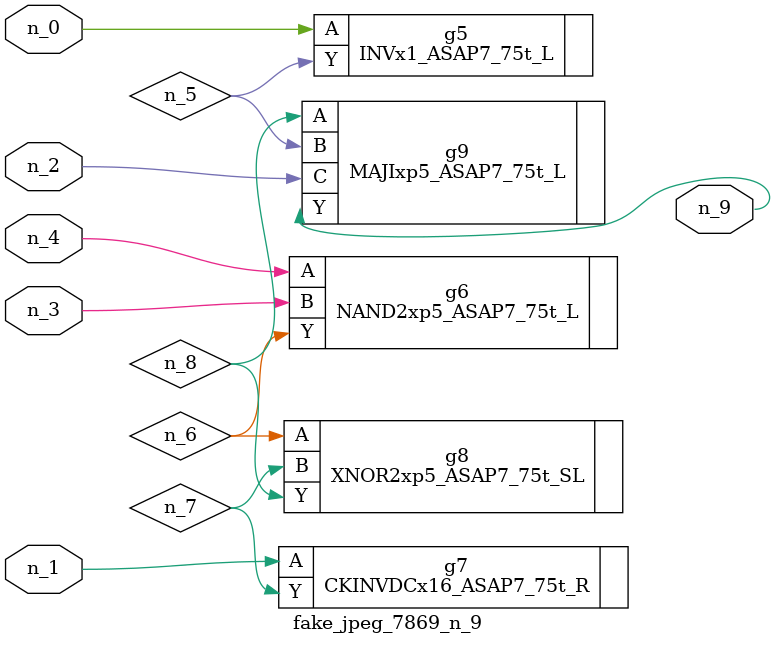
<source format=v>
module fake_jpeg_7869_n_9 (n_3, n_2, n_1, n_0, n_4, n_9);

input n_3;
input n_2;
input n_1;
input n_0;
input n_4;

output n_9;

wire n_8;
wire n_6;
wire n_5;
wire n_7;

INVx1_ASAP7_75t_L g5 ( 
.A(n_0),
.Y(n_5)
);

NAND2xp5_ASAP7_75t_L g6 ( 
.A(n_4),
.B(n_3),
.Y(n_6)
);

CKINVDCx16_ASAP7_75t_R g7 ( 
.A(n_1),
.Y(n_7)
);

XNOR2xp5_ASAP7_75t_SL g8 ( 
.A(n_6),
.B(n_7),
.Y(n_8)
);

MAJIxp5_ASAP7_75t_L g9 ( 
.A(n_8),
.B(n_5),
.C(n_2),
.Y(n_9)
);


endmodule
</source>
